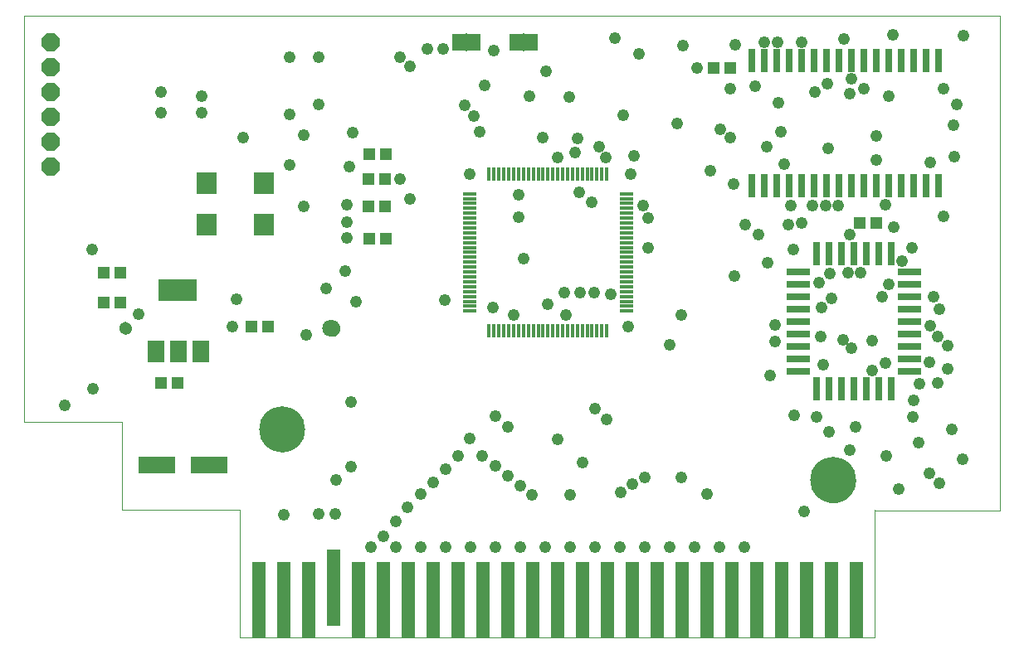
<source format=gts>
G75*
%MOIN*%
%OFA0B0*%
%FSLAX25Y25*%
%IPPOS*%
%LPD*%
%AMOC8*
5,1,8,0,0,1.08239X$1,22.5*
%
%ADD10R,0.03162X0.09461*%
%ADD11R,0.09461X0.03162*%
%ADD12R,0.06700X0.08700*%
%ADD13R,0.15800X0.08700*%
%ADD14C,0.00000*%
%ADD15R,0.05800X0.30800*%
%ADD16C,0.18517*%
%ADD17R,0.07887X0.08674*%
%ADD18C,0.05131*%
%ADD19C,0.07099*%
%ADD20R,0.05524X0.01745*%
%ADD21R,0.01745X0.05524*%
%ADD22R,0.05131X0.04737*%
%ADD23R,0.14580X0.07099*%
%ADD24OC8,0.07100*%
%ADD25R,0.05400X0.07100*%
%ADD26R,0.00600X0.07200*%
%ADD27R,0.04737X0.05131*%
%ADD28C,0.04762*%
D10*
X0297303Y0186512D03*
X0302303Y0186512D03*
X0307303Y0186512D03*
X0312303Y0186512D03*
X0317303Y0186512D03*
X0322303Y0186512D03*
X0327303Y0186512D03*
X0332303Y0186512D03*
X0337303Y0186512D03*
X0342303Y0186512D03*
X0347303Y0186512D03*
X0352303Y0186512D03*
X0357303Y0186512D03*
X0362303Y0186512D03*
X0367303Y0186512D03*
X0372303Y0186512D03*
X0353185Y0159189D03*
X0348185Y0159189D03*
X0343185Y0159189D03*
X0338185Y0159189D03*
X0333185Y0159189D03*
X0328185Y0159189D03*
X0323185Y0159189D03*
X0323185Y0104858D03*
X0328185Y0104858D03*
X0333185Y0104858D03*
X0338185Y0104858D03*
X0343185Y0104858D03*
X0348185Y0104858D03*
X0353185Y0104858D03*
X0352303Y0237031D03*
X0347303Y0237031D03*
X0342303Y0237031D03*
X0337303Y0237031D03*
X0332303Y0237031D03*
X0327303Y0237031D03*
X0322303Y0237031D03*
X0317303Y0237031D03*
X0312303Y0237031D03*
X0307303Y0237031D03*
X0302303Y0237031D03*
X0297303Y0237031D03*
X0357303Y0237031D03*
X0362303Y0237031D03*
X0367303Y0237031D03*
X0372303Y0237031D03*
D11*
X0360626Y0152024D03*
X0360626Y0147024D03*
X0360626Y0142024D03*
X0360626Y0137024D03*
X0360626Y0132024D03*
X0360626Y0127024D03*
X0360626Y0122024D03*
X0360626Y0117024D03*
X0360626Y0112024D03*
X0315744Y0112024D03*
X0315744Y0117024D03*
X0315744Y0122024D03*
X0315744Y0127024D03*
X0315744Y0132024D03*
X0315744Y0137024D03*
X0315744Y0142024D03*
X0315744Y0147024D03*
X0315744Y0152024D03*
D12*
X0075785Y0119931D03*
X0066785Y0119931D03*
X0057785Y0119931D03*
D13*
X0066685Y0144731D03*
D14*
X0044370Y0091614D02*
X0044370Y0056181D01*
X0091614Y0056181D01*
X0091614Y0005000D01*
X0346614Y0005000D01*
X0346614Y0056161D01*
X0396732Y0056161D01*
X0396732Y0255000D01*
X0005000Y0255000D01*
X0005000Y0091614D01*
X0044370Y0091614D01*
X0043524Y0129323D02*
X0043526Y0129416D01*
X0043532Y0129508D01*
X0043542Y0129600D01*
X0043556Y0129691D01*
X0043573Y0129782D01*
X0043595Y0129872D01*
X0043620Y0129961D01*
X0043649Y0130049D01*
X0043682Y0130135D01*
X0043719Y0130220D01*
X0043759Y0130304D01*
X0043803Y0130385D01*
X0043850Y0130465D01*
X0043900Y0130543D01*
X0043954Y0130618D01*
X0044011Y0130691D01*
X0044071Y0130761D01*
X0044134Y0130829D01*
X0044200Y0130894D01*
X0044268Y0130956D01*
X0044339Y0131016D01*
X0044413Y0131072D01*
X0044489Y0131125D01*
X0044567Y0131174D01*
X0044647Y0131221D01*
X0044729Y0131263D01*
X0044813Y0131303D01*
X0044898Y0131338D01*
X0044985Y0131370D01*
X0045073Y0131399D01*
X0045162Y0131423D01*
X0045252Y0131444D01*
X0045343Y0131460D01*
X0045435Y0131473D01*
X0045527Y0131482D01*
X0045620Y0131487D01*
X0045712Y0131488D01*
X0045805Y0131485D01*
X0045897Y0131478D01*
X0045989Y0131467D01*
X0046080Y0131452D01*
X0046171Y0131434D01*
X0046261Y0131411D01*
X0046349Y0131385D01*
X0046437Y0131355D01*
X0046523Y0131321D01*
X0046607Y0131284D01*
X0046690Y0131242D01*
X0046771Y0131198D01*
X0046851Y0131150D01*
X0046928Y0131099D01*
X0047002Y0131044D01*
X0047075Y0130986D01*
X0047145Y0130926D01*
X0047212Y0130862D01*
X0047276Y0130796D01*
X0047338Y0130726D01*
X0047396Y0130655D01*
X0047451Y0130581D01*
X0047503Y0130504D01*
X0047552Y0130425D01*
X0047598Y0130345D01*
X0047640Y0130262D01*
X0047678Y0130178D01*
X0047713Y0130092D01*
X0047744Y0130005D01*
X0047771Y0129917D01*
X0047794Y0129827D01*
X0047814Y0129737D01*
X0047830Y0129646D01*
X0047842Y0129554D01*
X0047850Y0129462D01*
X0047854Y0129369D01*
X0047854Y0129277D01*
X0047850Y0129184D01*
X0047842Y0129092D01*
X0047830Y0129000D01*
X0047814Y0128909D01*
X0047794Y0128819D01*
X0047771Y0128729D01*
X0047744Y0128641D01*
X0047713Y0128554D01*
X0047678Y0128468D01*
X0047640Y0128384D01*
X0047598Y0128301D01*
X0047552Y0128221D01*
X0047503Y0128142D01*
X0047451Y0128065D01*
X0047396Y0127991D01*
X0047338Y0127920D01*
X0047276Y0127850D01*
X0047212Y0127784D01*
X0047145Y0127720D01*
X0047075Y0127660D01*
X0047002Y0127602D01*
X0046928Y0127547D01*
X0046851Y0127496D01*
X0046772Y0127448D01*
X0046690Y0127404D01*
X0046607Y0127362D01*
X0046523Y0127325D01*
X0046437Y0127291D01*
X0046349Y0127261D01*
X0046261Y0127235D01*
X0046171Y0127212D01*
X0046080Y0127194D01*
X0045989Y0127179D01*
X0045897Y0127168D01*
X0045805Y0127161D01*
X0045712Y0127158D01*
X0045620Y0127159D01*
X0045527Y0127164D01*
X0045435Y0127173D01*
X0045343Y0127186D01*
X0045252Y0127202D01*
X0045162Y0127223D01*
X0045073Y0127247D01*
X0044985Y0127276D01*
X0044898Y0127308D01*
X0044813Y0127343D01*
X0044729Y0127383D01*
X0044647Y0127425D01*
X0044567Y0127472D01*
X0044489Y0127521D01*
X0044413Y0127574D01*
X0044339Y0127630D01*
X0044268Y0127690D01*
X0044200Y0127752D01*
X0044134Y0127817D01*
X0044071Y0127885D01*
X0044011Y0127955D01*
X0043954Y0128028D01*
X0043900Y0128103D01*
X0043850Y0128181D01*
X0043803Y0128261D01*
X0043759Y0128342D01*
X0043719Y0128426D01*
X0043682Y0128511D01*
X0043649Y0128597D01*
X0043620Y0128685D01*
X0043595Y0128774D01*
X0043573Y0128864D01*
X0043556Y0128955D01*
X0043542Y0129046D01*
X0043532Y0129138D01*
X0043526Y0129230D01*
X0043524Y0129323D01*
X0099607Y0088654D02*
X0099610Y0088871D01*
X0099618Y0089089D01*
X0099631Y0089306D01*
X0099650Y0089522D01*
X0099674Y0089738D01*
X0099703Y0089954D01*
X0099737Y0090168D01*
X0099777Y0090382D01*
X0099822Y0090595D01*
X0099872Y0090806D01*
X0099928Y0091017D01*
X0099988Y0091225D01*
X0100054Y0091433D01*
X0100125Y0091638D01*
X0100201Y0091842D01*
X0100281Y0092044D01*
X0100367Y0092244D01*
X0100457Y0092441D01*
X0100553Y0092637D01*
X0100653Y0092830D01*
X0100758Y0093020D01*
X0100867Y0093208D01*
X0100981Y0093393D01*
X0101100Y0093575D01*
X0101223Y0093755D01*
X0101350Y0093931D01*
X0101482Y0094104D01*
X0101618Y0094273D01*
X0101758Y0094440D01*
X0101902Y0094603D01*
X0102050Y0094762D01*
X0102201Y0094918D01*
X0102357Y0095069D01*
X0102516Y0095217D01*
X0102679Y0095361D01*
X0102846Y0095501D01*
X0103015Y0095637D01*
X0103188Y0095769D01*
X0103364Y0095896D01*
X0103544Y0096019D01*
X0103726Y0096138D01*
X0103911Y0096252D01*
X0104099Y0096361D01*
X0104289Y0096466D01*
X0104482Y0096566D01*
X0104678Y0096662D01*
X0104875Y0096752D01*
X0105075Y0096838D01*
X0105277Y0096918D01*
X0105481Y0096994D01*
X0105686Y0097065D01*
X0105894Y0097131D01*
X0106102Y0097191D01*
X0106313Y0097247D01*
X0106524Y0097297D01*
X0106737Y0097342D01*
X0106951Y0097382D01*
X0107165Y0097416D01*
X0107381Y0097445D01*
X0107597Y0097469D01*
X0107813Y0097488D01*
X0108030Y0097501D01*
X0108248Y0097509D01*
X0108465Y0097512D01*
X0108682Y0097509D01*
X0108900Y0097501D01*
X0109117Y0097488D01*
X0109333Y0097469D01*
X0109549Y0097445D01*
X0109765Y0097416D01*
X0109979Y0097382D01*
X0110193Y0097342D01*
X0110406Y0097297D01*
X0110617Y0097247D01*
X0110828Y0097191D01*
X0111036Y0097131D01*
X0111244Y0097065D01*
X0111449Y0096994D01*
X0111653Y0096918D01*
X0111855Y0096838D01*
X0112055Y0096752D01*
X0112252Y0096662D01*
X0112448Y0096566D01*
X0112641Y0096466D01*
X0112831Y0096361D01*
X0113019Y0096252D01*
X0113204Y0096138D01*
X0113386Y0096019D01*
X0113566Y0095896D01*
X0113742Y0095769D01*
X0113915Y0095637D01*
X0114084Y0095501D01*
X0114251Y0095361D01*
X0114414Y0095217D01*
X0114573Y0095069D01*
X0114729Y0094918D01*
X0114880Y0094762D01*
X0115028Y0094603D01*
X0115172Y0094440D01*
X0115312Y0094273D01*
X0115448Y0094104D01*
X0115580Y0093931D01*
X0115707Y0093755D01*
X0115830Y0093575D01*
X0115949Y0093393D01*
X0116063Y0093208D01*
X0116172Y0093020D01*
X0116277Y0092830D01*
X0116377Y0092637D01*
X0116473Y0092441D01*
X0116563Y0092244D01*
X0116649Y0092044D01*
X0116729Y0091842D01*
X0116805Y0091638D01*
X0116876Y0091433D01*
X0116942Y0091225D01*
X0117002Y0091017D01*
X0117058Y0090806D01*
X0117108Y0090595D01*
X0117153Y0090382D01*
X0117193Y0090168D01*
X0117227Y0089954D01*
X0117256Y0089738D01*
X0117280Y0089522D01*
X0117299Y0089306D01*
X0117312Y0089089D01*
X0117320Y0088871D01*
X0117323Y0088654D01*
X0117320Y0088437D01*
X0117312Y0088219D01*
X0117299Y0088002D01*
X0117280Y0087786D01*
X0117256Y0087570D01*
X0117227Y0087354D01*
X0117193Y0087140D01*
X0117153Y0086926D01*
X0117108Y0086713D01*
X0117058Y0086502D01*
X0117002Y0086291D01*
X0116942Y0086083D01*
X0116876Y0085875D01*
X0116805Y0085670D01*
X0116729Y0085466D01*
X0116649Y0085264D01*
X0116563Y0085064D01*
X0116473Y0084867D01*
X0116377Y0084671D01*
X0116277Y0084478D01*
X0116172Y0084288D01*
X0116063Y0084100D01*
X0115949Y0083915D01*
X0115830Y0083733D01*
X0115707Y0083553D01*
X0115580Y0083377D01*
X0115448Y0083204D01*
X0115312Y0083035D01*
X0115172Y0082868D01*
X0115028Y0082705D01*
X0114880Y0082546D01*
X0114729Y0082390D01*
X0114573Y0082239D01*
X0114414Y0082091D01*
X0114251Y0081947D01*
X0114084Y0081807D01*
X0113915Y0081671D01*
X0113742Y0081539D01*
X0113566Y0081412D01*
X0113386Y0081289D01*
X0113204Y0081170D01*
X0113019Y0081056D01*
X0112831Y0080947D01*
X0112641Y0080842D01*
X0112448Y0080742D01*
X0112252Y0080646D01*
X0112055Y0080556D01*
X0111855Y0080470D01*
X0111653Y0080390D01*
X0111449Y0080314D01*
X0111244Y0080243D01*
X0111036Y0080177D01*
X0110828Y0080117D01*
X0110617Y0080061D01*
X0110406Y0080011D01*
X0110193Y0079966D01*
X0109979Y0079926D01*
X0109765Y0079892D01*
X0109549Y0079863D01*
X0109333Y0079839D01*
X0109117Y0079820D01*
X0108900Y0079807D01*
X0108682Y0079799D01*
X0108465Y0079796D01*
X0108248Y0079799D01*
X0108030Y0079807D01*
X0107813Y0079820D01*
X0107597Y0079839D01*
X0107381Y0079863D01*
X0107165Y0079892D01*
X0106951Y0079926D01*
X0106737Y0079966D01*
X0106524Y0080011D01*
X0106313Y0080061D01*
X0106102Y0080117D01*
X0105894Y0080177D01*
X0105686Y0080243D01*
X0105481Y0080314D01*
X0105277Y0080390D01*
X0105075Y0080470D01*
X0104875Y0080556D01*
X0104678Y0080646D01*
X0104482Y0080742D01*
X0104289Y0080842D01*
X0104099Y0080947D01*
X0103911Y0081056D01*
X0103726Y0081170D01*
X0103544Y0081289D01*
X0103364Y0081412D01*
X0103188Y0081539D01*
X0103015Y0081671D01*
X0102846Y0081807D01*
X0102679Y0081947D01*
X0102516Y0082091D01*
X0102357Y0082239D01*
X0102201Y0082390D01*
X0102050Y0082546D01*
X0101902Y0082705D01*
X0101758Y0082868D01*
X0101618Y0083035D01*
X0101482Y0083204D01*
X0101350Y0083377D01*
X0101223Y0083553D01*
X0101100Y0083733D01*
X0100981Y0083915D01*
X0100867Y0084100D01*
X0100758Y0084288D01*
X0100653Y0084478D01*
X0100553Y0084671D01*
X0100457Y0084867D01*
X0100367Y0085064D01*
X0100281Y0085264D01*
X0100201Y0085466D01*
X0100125Y0085670D01*
X0100054Y0085875D01*
X0099988Y0086083D01*
X0099928Y0086291D01*
X0099872Y0086502D01*
X0099822Y0086713D01*
X0099777Y0086926D01*
X0099737Y0087140D01*
X0099703Y0087354D01*
X0099674Y0087570D01*
X0099650Y0087786D01*
X0099631Y0088002D01*
X0099618Y0088219D01*
X0099610Y0088437D01*
X0099607Y0088654D01*
X0125216Y0129323D02*
X0125218Y0129435D01*
X0125224Y0129546D01*
X0125234Y0129658D01*
X0125248Y0129769D01*
X0125265Y0129879D01*
X0125287Y0129989D01*
X0125313Y0130098D01*
X0125342Y0130206D01*
X0125375Y0130312D01*
X0125412Y0130418D01*
X0125453Y0130522D01*
X0125498Y0130625D01*
X0125546Y0130726D01*
X0125597Y0130825D01*
X0125652Y0130922D01*
X0125711Y0131017D01*
X0125772Y0131111D01*
X0125837Y0131202D01*
X0125906Y0131290D01*
X0125977Y0131376D01*
X0126051Y0131460D01*
X0126129Y0131540D01*
X0126209Y0131618D01*
X0126292Y0131694D01*
X0126377Y0131766D01*
X0126465Y0131835D01*
X0126555Y0131901D01*
X0126648Y0131963D01*
X0126743Y0132023D01*
X0126840Y0132079D01*
X0126938Y0132131D01*
X0127039Y0132180D01*
X0127141Y0132225D01*
X0127245Y0132267D01*
X0127350Y0132305D01*
X0127457Y0132339D01*
X0127564Y0132369D01*
X0127673Y0132396D01*
X0127782Y0132418D01*
X0127893Y0132437D01*
X0128003Y0132452D01*
X0128115Y0132463D01*
X0128226Y0132470D01*
X0128338Y0132473D01*
X0128450Y0132472D01*
X0128562Y0132467D01*
X0128673Y0132458D01*
X0128784Y0132445D01*
X0128895Y0132428D01*
X0129005Y0132408D01*
X0129114Y0132383D01*
X0129222Y0132355D01*
X0129329Y0132322D01*
X0129435Y0132286D01*
X0129539Y0132246D01*
X0129642Y0132203D01*
X0129744Y0132156D01*
X0129843Y0132105D01*
X0129941Y0132051D01*
X0130037Y0131993D01*
X0130131Y0131932D01*
X0130222Y0131868D01*
X0130311Y0131801D01*
X0130398Y0131730D01*
X0130482Y0131656D01*
X0130564Y0131580D01*
X0130642Y0131500D01*
X0130718Y0131418D01*
X0130791Y0131333D01*
X0130861Y0131246D01*
X0130927Y0131156D01*
X0130991Y0131064D01*
X0131051Y0130970D01*
X0131108Y0130874D01*
X0131161Y0130775D01*
X0131211Y0130675D01*
X0131257Y0130574D01*
X0131300Y0130470D01*
X0131339Y0130365D01*
X0131374Y0130259D01*
X0131405Y0130152D01*
X0131433Y0130043D01*
X0131456Y0129934D01*
X0131476Y0129824D01*
X0131492Y0129713D01*
X0131504Y0129602D01*
X0131512Y0129491D01*
X0131516Y0129379D01*
X0131516Y0129267D01*
X0131512Y0129155D01*
X0131504Y0129044D01*
X0131492Y0128933D01*
X0131476Y0128822D01*
X0131456Y0128712D01*
X0131433Y0128603D01*
X0131405Y0128494D01*
X0131374Y0128387D01*
X0131339Y0128281D01*
X0131300Y0128176D01*
X0131257Y0128072D01*
X0131211Y0127971D01*
X0131161Y0127871D01*
X0131108Y0127772D01*
X0131051Y0127676D01*
X0130991Y0127582D01*
X0130927Y0127490D01*
X0130861Y0127400D01*
X0130791Y0127313D01*
X0130718Y0127228D01*
X0130642Y0127146D01*
X0130564Y0127066D01*
X0130482Y0126990D01*
X0130398Y0126916D01*
X0130311Y0126845D01*
X0130222Y0126778D01*
X0130131Y0126714D01*
X0130037Y0126653D01*
X0129941Y0126595D01*
X0129843Y0126541D01*
X0129744Y0126490D01*
X0129642Y0126443D01*
X0129539Y0126400D01*
X0129435Y0126360D01*
X0129329Y0126324D01*
X0129222Y0126291D01*
X0129114Y0126263D01*
X0129005Y0126238D01*
X0128895Y0126218D01*
X0128784Y0126201D01*
X0128673Y0126188D01*
X0128562Y0126179D01*
X0128450Y0126174D01*
X0128338Y0126173D01*
X0128226Y0126176D01*
X0128115Y0126183D01*
X0128003Y0126194D01*
X0127893Y0126209D01*
X0127782Y0126228D01*
X0127673Y0126250D01*
X0127564Y0126277D01*
X0127457Y0126307D01*
X0127350Y0126341D01*
X0127245Y0126379D01*
X0127141Y0126421D01*
X0127039Y0126466D01*
X0126938Y0126515D01*
X0126840Y0126567D01*
X0126743Y0126623D01*
X0126648Y0126683D01*
X0126555Y0126745D01*
X0126465Y0126811D01*
X0126377Y0126880D01*
X0126292Y0126952D01*
X0126209Y0127028D01*
X0126129Y0127106D01*
X0126051Y0127186D01*
X0125977Y0127270D01*
X0125906Y0127356D01*
X0125837Y0127444D01*
X0125772Y0127535D01*
X0125711Y0127629D01*
X0125652Y0127724D01*
X0125597Y0127821D01*
X0125546Y0127920D01*
X0125498Y0128021D01*
X0125453Y0128124D01*
X0125412Y0128228D01*
X0125375Y0128334D01*
X0125342Y0128440D01*
X0125313Y0128548D01*
X0125287Y0128657D01*
X0125265Y0128767D01*
X0125248Y0128877D01*
X0125234Y0128988D01*
X0125224Y0129100D01*
X0125218Y0129211D01*
X0125216Y0129323D01*
X0321024Y0068185D02*
X0321027Y0068402D01*
X0321035Y0068620D01*
X0321048Y0068837D01*
X0321067Y0069053D01*
X0321091Y0069269D01*
X0321120Y0069485D01*
X0321154Y0069699D01*
X0321194Y0069913D01*
X0321239Y0070126D01*
X0321289Y0070337D01*
X0321345Y0070548D01*
X0321405Y0070756D01*
X0321471Y0070964D01*
X0321542Y0071169D01*
X0321618Y0071373D01*
X0321698Y0071575D01*
X0321784Y0071775D01*
X0321874Y0071972D01*
X0321970Y0072168D01*
X0322070Y0072361D01*
X0322175Y0072551D01*
X0322284Y0072739D01*
X0322398Y0072924D01*
X0322517Y0073106D01*
X0322640Y0073286D01*
X0322767Y0073462D01*
X0322899Y0073635D01*
X0323035Y0073804D01*
X0323175Y0073971D01*
X0323319Y0074134D01*
X0323467Y0074293D01*
X0323618Y0074449D01*
X0323774Y0074600D01*
X0323933Y0074748D01*
X0324096Y0074892D01*
X0324263Y0075032D01*
X0324432Y0075168D01*
X0324605Y0075300D01*
X0324781Y0075427D01*
X0324961Y0075550D01*
X0325143Y0075669D01*
X0325328Y0075783D01*
X0325516Y0075892D01*
X0325706Y0075997D01*
X0325899Y0076097D01*
X0326095Y0076193D01*
X0326292Y0076283D01*
X0326492Y0076369D01*
X0326694Y0076449D01*
X0326898Y0076525D01*
X0327103Y0076596D01*
X0327311Y0076662D01*
X0327519Y0076722D01*
X0327730Y0076778D01*
X0327941Y0076828D01*
X0328154Y0076873D01*
X0328368Y0076913D01*
X0328582Y0076947D01*
X0328798Y0076976D01*
X0329014Y0077000D01*
X0329230Y0077019D01*
X0329447Y0077032D01*
X0329665Y0077040D01*
X0329882Y0077043D01*
X0330099Y0077040D01*
X0330317Y0077032D01*
X0330534Y0077019D01*
X0330750Y0077000D01*
X0330966Y0076976D01*
X0331182Y0076947D01*
X0331396Y0076913D01*
X0331610Y0076873D01*
X0331823Y0076828D01*
X0332034Y0076778D01*
X0332245Y0076722D01*
X0332453Y0076662D01*
X0332661Y0076596D01*
X0332866Y0076525D01*
X0333070Y0076449D01*
X0333272Y0076369D01*
X0333472Y0076283D01*
X0333669Y0076193D01*
X0333865Y0076097D01*
X0334058Y0075997D01*
X0334248Y0075892D01*
X0334436Y0075783D01*
X0334621Y0075669D01*
X0334803Y0075550D01*
X0334983Y0075427D01*
X0335159Y0075300D01*
X0335332Y0075168D01*
X0335501Y0075032D01*
X0335668Y0074892D01*
X0335831Y0074748D01*
X0335990Y0074600D01*
X0336146Y0074449D01*
X0336297Y0074293D01*
X0336445Y0074134D01*
X0336589Y0073971D01*
X0336729Y0073804D01*
X0336865Y0073635D01*
X0336997Y0073462D01*
X0337124Y0073286D01*
X0337247Y0073106D01*
X0337366Y0072924D01*
X0337480Y0072739D01*
X0337589Y0072551D01*
X0337694Y0072361D01*
X0337794Y0072168D01*
X0337890Y0071972D01*
X0337980Y0071775D01*
X0338066Y0071575D01*
X0338146Y0071373D01*
X0338222Y0071169D01*
X0338293Y0070964D01*
X0338359Y0070756D01*
X0338419Y0070548D01*
X0338475Y0070337D01*
X0338525Y0070126D01*
X0338570Y0069913D01*
X0338610Y0069699D01*
X0338644Y0069485D01*
X0338673Y0069269D01*
X0338697Y0069053D01*
X0338716Y0068837D01*
X0338729Y0068620D01*
X0338737Y0068402D01*
X0338740Y0068185D01*
X0338737Y0067968D01*
X0338729Y0067750D01*
X0338716Y0067533D01*
X0338697Y0067317D01*
X0338673Y0067101D01*
X0338644Y0066885D01*
X0338610Y0066671D01*
X0338570Y0066457D01*
X0338525Y0066244D01*
X0338475Y0066033D01*
X0338419Y0065822D01*
X0338359Y0065614D01*
X0338293Y0065406D01*
X0338222Y0065201D01*
X0338146Y0064997D01*
X0338066Y0064795D01*
X0337980Y0064595D01*
X0337890Y0064398D01*
X0337794Y0064202D01*
X0337694Y0064009D01*
X0337589Y0063819D01*
X0337480Y0063631D01*
X0337366Y0063446D01*
X0337247Y0063264D01*
X0337124Y0063084D01*
X0336997Y0062908D01*
X0336865Y0062735D01*
X0336729Y0062566D01*
X0336589Y0062399D01*
X0336445Y0062236D01*
X0336297Y0062077D01*
X0336146Y0061921D01*
X0335990Y0061770D01*
X0335831Y0061622D01*
X0335668Y0061478D01*
X0335501Y0061338D01*
X0335332Y0061202D01*
X0335159Y0061070D01*
X0334983Y0060943D01*
X0334803Y0060820D01*
X0334621Y0060701D01*
X0334436Y0060587D01*
X0334248Y0060478D01*
X0334058Y0060373D01*
X0333865Y0060273D01*
X0333669Y0060177D01*
X0333472Y0060087D01*
X0333272Y0060001D01*
X0333070Y0059921D01*
X0332866Y0059845D01*
X0332661Y0059774D01*
X0332453Y0059708D01*
X0332245Y0059648D01*
X0332034Y0059592D01*
X0331823Y0059542D01*
X0331610Y0059497D01*
X0331396Y0059457D01*
X0331182Y0059423D01*
X0330966Y0059394D01*
X0330750Y0059370D01*
X0330534Y0059351D01*
X0330317Y0059338D01*
X0330099Y0059330D01*
X0329882Y0059327D01*
X0329665Y0059330D01*
X0329447Y0059338D01*
X0329230Y0059351D01*
X0329014Y0059370D01*
X0328798Y0059394D01*
X0328582Y0059423D01*
X0328368Y0059457D01*
X0328154Y0059497D01*
X0327941Y0059542D01*
X0327730Y0059592D01*
X0327519Y0059648D01*
X0327311Y0059708D01*
X0327103Y0059774D01*
X0326898Y0059845D01*
X0326694Y0059921D01*
X0326492Y0060001D01*
X0326292Y0060087D01*
X0326095Y0060177D01*
X0325899Y0060273D01*
X0325706Y0060373D01*
X0325516Y0060478D01*
X0325328Y0060587D01*
X0325143Y0060701D01*
X0324961Y0060820D01*
X0324781Y0060943D01*
X0324605Y0061070D01*
X0324432Y0061202D01*
X0324263Y0061338D01*
X0324096Y0061478D01*
X0323933Y0061622D01*
X0323774Y0061770D01*
X0323618Y0061921D01*
X0323467Y0062077D01*
X0323319Y0062236D01*
X0323175Y0062399D01*
X0323035Y0062566D01*
X0322899Y0062735D01*
X0322767Y0062908D01*
X0322640Y0063084D01*
X0322517Y0063264D01*
X0322398Y0063446D01*
X0322284Y0063631D01*
X0322175Y0063819D01*
X0322070Y0064009D01*
X0321970Y0064202D01*
X0321874Y0064398D01*
X0321784Y0064595D01*
X0321698Y0064795D01*
X0321618Y0064997D01*
X0321542Y0065201D01*
X0321471Y0065406D01*
X0321405Y0065614D01*
X0321345Y0065822D01*
X0321289Y0066033D01*
X0321239Y0066244D01*
X0321194Y0066457D01*
X0321154Y0066671D01*
X0321120Y0066885D01*
X0321091Y0067101D01*
X0321067Y0067317D01*
X0321048Y0067533D01*
X0321035Y0067750D01*
X0321027Y0067968D01*
X0321024Y0068185D01*
X0346614Y0056181D02*
X0346614Y0056161D01*
D15*
X0339114Y0020000D03*
X0329114Y0020000D03*
X0319114Y0020000D03*
X0309114Y0020000D03*
X0299114Y0020000D03*
X0289114Y0020000D03*
X0279114Y0020000D03*
X0269114Y0020000D03*
X0259114Y0020000D03*
X0249114Y0020000D03*
X0239114Y0020000D03*
X0229114Y0020000D03*
X0219114Y0020000D03*
X0209114Y0020000D03*
X0199114Y0020000D03*
X0189114Y0020000D03*
X0179114Y0020000D03*
X0169114Y0020000D03*
X0159114Y0020000D03*
X0149114Y0020000D03*
X0139114Y0020000D03*
X0129114Y0025000D03*
X0119114Y0020000D03*
X0109114Y0020000D03*
X0099114Y0020000D03*
D16*
X0108465Y0088654D03*
X0329882Y0068185D03*
D17*
X0101102Y0171063D03*
X0078268Y0171063D03*
X0078268Y0187598D03*
X0101102Y0187598D03*
D18*
X0045689Y0129323D03*
D19*
X0128366Y0129323D03*
D20*
X0183819Y0136220D03*
X0183819Y0138189D03*
X0183819Y0140157D03*
X0183819Y0142126D03*
X0183819Y0144094D03*
X0183819Y0146063D03*
X0183819Y0148031D03*
X0183819Y0150000D03*
X0183819Y0151969D03*
X0183819Y0153937D03*
X0183819Y0155906D03*
X0183819Y0157874D03*
X0183819Y0159843D03*
X0183819Y0161811D03*
X0183819Y0163780D03*
X0183819Y0165748D03*
X0183819Y0167717D03*
X0183819Y0169685D03*
X0183819Y0171654D03*
X0183819Y0173622D03*
X0183819Y0175591D03*
X0183819Y0177559D03*
X0183819Y0179528D03*
X0183819Y0181496D03*
X0183819Y0183465D03*
X0246811Y0183465D03*
X0246811Y0181496D03*
X0246811Y0179528D03*
X0246811Y0177559D03*
X0246811Y0175591D03*
X0246811Y0173622D03*
X0246811Y0171654D03*
X0246811Y0169685D03*
X0246811Y0167717D03*
X0246811Y0165748D03*
X0246811Y0163780D03*
X0246811Y0161811D03*
X0246811Y0159843D03*
X0246811Y0157874D03*
X0246811Y0155906D03*
X0246811Y0153937D03*
X0246811Y0151969D03*
X0246811Y0150000D03*
X0246811Y0148031D03*
X0246811Y0146063D03*
X0246811Y0144094D03*
X0246811Y0142126D03*
X0246811Y0140157D03*
X0246811Y0138189D03*
X0246811Y0136220D03*
D21*
X0238937Y0128346D03*
X0236969Y0128346D03*
X0235000Y0128346D03*
X0233031Y0128346D03*
X0231063Y0128346D03*
X0229094Y0128346D03*
X0227126Y0128346D03*
X0225157Y0128346D03*
X0223189Y0128346D03*
X0221220Y0128346D03*
X0219252Y0128346D03*
X0217283Y0128346D03*
X0215315Y0128346D03*
X0213346Y0128346D03*
X0211378Y0128346D03*
X0209409Y0128346D03*
X0207441Y0128346D03*
X0205472Y0128346D03*
X0203504Y0128346D03*
X0201535Y0128346D03*
X0199567Y0128346D03*
X0197598Y0128346D03*
X0195630Y0128346D03*
X0193661Y0128346D03*
X0191693Y0128346D03*
X0191693Y0191339D03*
X0193661Y0191339D03*
X0195630Y0191339D03*
X0197598Y0191339D03*
X0199567Y0191339D03*
X0201535Y0191339D03*
X0203504Y0191339D03*
X0205472Y0191339D03*
X0207441Y0191339D03*
X0209409Y0191339D03*
X0211378Y0191339D03*
X0213346Y0191339D03*
X0215315Y0191339D03*
X0217283Y0191339D03*
X0219252Y0191339D03*
X0221220Y0191339D03*
X0223189Y0191339D03*
X0225157Y0191339D03*
X0227126Y0191339D03*
X0229094Y0191339D03*
X0231063Y0191339D03*
X0233031Y0191339D03*
X0235000Y0191339D03*
X0236969Y0191339D03*
X0238937Y0191339D03*
D22*
X0281882Y0233992D03*
X0288575Y0233992D03*
X0340429Y0171717D03*
X0347122Y0171717D03*
X0103031Y0129917D03*
X0096339Y0129917D03*
X0066531Y0107268D03*
X0059839Y0107268D03*
D23*
X0058055Y0074331D03*
X0079315Y0074331D03*
D24*
X0015685Y0194331D03*
X0015685Y0204331D03*
X0015685Y0214331D03*
X0015685Y0224331D03*
X0015685Y0234331D03*
X0015685Y0244331D03*
D25*
X0179685Y0244331D03*
X0185685Y0244331D03*
X0202685Y0244331D03*
X0208685Y0244331D03*
D26*
X0205685Y0244331D03*
X0182685Y0244331D03*
D27*
X0150157Y0199213D03*
X0143465Y0199213D03*
X0143339Y0189331D03*
X0150031Y0189331D03*
X0150031Y0178331D03*
X0143339Y0178331D03*
X0143465Y0165354D03*
X0150157Y0165354D03*
X0043465Y0151575D03*
X0036772Y0151575D03*
X0036772Y0139764D03*
X0043465Y0139764D03*
D28*
X0050748Y0135039D03*
X0032244Y0161024D03*
X0090118Y0140945D03*
X0088543Y0129921D03*
X0118071Y0126772D03*
X0138150Y0140157D03*
X0126339Y0145276D03*
X0133819Y0152362D03*
X0134606Y0165748D03*
X0134606Y0172047D03*
X0134606Y0179134D03*
X0117283Y0178346D03*
X0111378Y0194882D03*
X0117283Y0207087D03*
X0111378Y0215354D03*
X0123189Y0219291D03*
X0136969Y0207874D03*
X0135394Y0194488D03*
X0155866Y0189370D03*
X0159803Y0181496D03*
X0183819Y0191339D03*
X0203504Y0183071D03*
X0203504Y0174016D03*
X0205472Y0157480D03*
X0222008Y0143701D03*
X0228307Y0143701D03*
X0233819Y0143701D03*
X0240512Y0142913D03*
X0247598Y0129921D03*
X0264134Y0122835D03*
X0268858Y0134646D03*
X0290118Y0150394D03*
X0303504Y0155512D03*
X0313740Y0161024D03*
X0299961Y0166929D03*
X0294449Y0170866D03*
X0311772Y0170866D03*
X0317283Y0171654D03*
X0312953Y0178740D03*
X0321614Y0178740D03*
X0326732Y0178740D03*
X0331850Y0178740D03*
X0336575Y0166929D03*
X0350748Y0179134D03*
X0354291Y0170079D03*
X0361378Y0161811D03*
X0357441Y0156299D03*
X0352323Y0146850D03*
X0349567Y0142126D03*
X0340906Y0151575D03*
X0335787Y0151575D03*
X0328701Y0151181D03*
X0324370Y0147638D03*
X0329094Y0141339D03*
X0325157Y0137795D03*
X0324764Y0125984D03*
X0333819Y0124803D03*
X0337362Y0121260D03*
X0345630Y0124409D03*
X0350748Y0115354D03*
X0345630Y0112205D03*
X0364528Y0107087D03*
X0362165Y0100394D03*
X0372008Y0107480D03*
X0375945Y0112992D03*
X0368465Y0115748D03*
X0375945Y0122441D03*
X0372008Y0125984D03*
X0368858Y0130315D03*
X0372402Y0137008D03*
X0370039Y0142126D03*
X0374370Y0174409D03*
X0368858Y0196063D03*
X0378701Y0198425D03*
X0378307Y0211024D03*
X0379488Y0219291D03*
X0374370Y0225591D03*
X0352323Y0222835D03*
X0342087Y0225591D03*
X0336575Y0223622D03*
X0337362Y0229528D03*
X0327520Y0227559D03*
X0322402Y0224409D03*
X0307835Y0220079D03*
X0298386Y0226772D03*
X0288543Y0225591D03*
X0275157Y0233858D03*
X0269646Y0242913D03*
X0251929Y0239764D03*
X0242087Y0246063D03*
X0214528Y0232677D03*
X0207835Y0222835D03*
X0223976Y0222441D03*
X0245630Y0214961D03*
X0227126Y0205512D03*
X0235787Y0202362D03*
X0238543Y0198031D03*
X0249961Y0198819D03*
X0248386Y0191339D03*
X0233031Y0179921D03*
X0227913Y0183858D03*
X0226339Y0200000D03*
X0219252Y0198031D03*
X0213346Y0205906D03*
X0187756Y0208268D03*
X0185394Y0214567D03*
X0181850Y0218898D03*
X0189724Y0227165D03*
X0193661Y0240945D03*
X0173189Y0241732D03*
X0166890Y0241732D03*
X0155866Y0238189D03*
X0159803Y0234646D03*
X0123189Y0238189D03*
X0111378Y0238189D03*
X0076339Y0222835D03*
X0076339Y0216142D03*
X0059803Y0216142D03*
X0059803Y0224409D03*
X0092874Y0205906D03*
X0173976Y0140551D03*
X0193268Y0137795D03*
X0201535Y0134646D03*
X0215315Y0138976D03*
X0222402Y0134646D03*
X0255472Y0161811D03*
X0255472Y0173622D03*
X0253504Y0178740D03*
X0280669Y0192520D03*
X0289724Y0187402D03*
X0303110Y0202362D03*
X0310197Y0195276D03*
X0309016Y0208268D03*
X0327913Y0201575D03*
X0347205Y0196850D03*
X0347205Y0206693D03*
X0290512Y0243307D03*
X0302323Y0244488D03*
X0307441Y0244488D03*
X0317283Y0244488D03*
X0334213Y0245669D03*
X0353898Y0247244D03*
X0382244Y0246850D03*
X0288543Y0205906D03*
X0284606Y0209449D03*
X0267283Y0211811D03*
X0306654Y0130709D03*
X0306654Y0124016D03*
X0325945Y0114567D03*
X0304685Y0110236D03*
X0314134Y0094488D03*
X0323189Y0093701D03*
X0328307Y0087795D03*
X0338937Y0089764D03*
X0336575Y0080315D03*
X0351142Y0077953D03*
X0364134Y0083465D03*
X0377520Y0088583D03*
X0361772Y0093701D03*
X0381850Y0076772D03*
X0372402Y0066929D03*
X0368465Y0070866D03*
X0356260Y0064567D03*
X0318071Y0055512D03*
X0294055Y0041339D03*
X0284185Y0041331D03*
X0274185Y0041331D03*
X0264185Y0041331D03*
X0254185Y0041331D03*
X0244185Y0041331D03*
X0234185Y0041331D03*
X0224185Y0041331D03*
X0214185Y0041331D03*
X0204185Y0041331D03*
X0194185Y0041331D03*
X0184185Y0041331D03*
X0174185Y0041331D03*
X0164185Y0041331D03*
X0154185Y0041331D03*
X0149173Y0045669D03*
X0144185Y0041331D03*
X0154291Y0051575D03*
X0159016Y0057480D03*
X0164134Y0062598D03*
X0169252Y0067323D03*
X0174370Y0072835D03*
X0179094Y0077953D03*
X0188937Y0077953D03*
X0194055Y0074016D03*
X0199173Y0070079D03*
X0204291Y0066142D03*
X0209016Y0062205D03*
X0224370Y0062205D03*
X0229094Y0075197D03*
X0219252Y0084646D03*
X0234213Y0096850D03*
X0238937Y0092520D03*
X0254291Y0069291D03*
X0249173Y0066535D03*
X0244449Y0063386D03*
X0268858Y0069291D03*
X0279094Y0062598D03*
X0279114Y0062598D03*
X0199173Y0089764D03*
X0194055Y0094094D03*
X0183819Y0085039D03*
X0136181Y0073622D03*
X0130276Y0068504D03*
X0129882Y0054724D03*
X0123189Y0054724D03*
X0109185Y0054331D03*
X0136181Y0099606D03*
X0032638Y0105118D03*
X0021220Y0098425D03*
M02*

</source>
